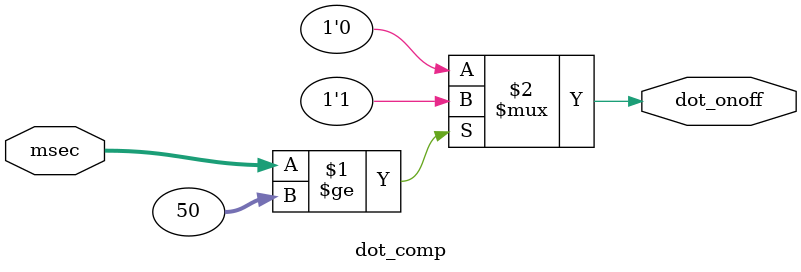
<source format=v>
`timescale 1ns / 1ps

module fnd_controller_pj3(

    //input [1:0] digit_sel, //for button in middle of the board
    input           clk,
    input           reset,
    input   [2:0]   sw,
        //CLOCK
    input   [6:0]   msec,
    input   [5:0]   sec,
    input   [5:0]   min,
    input   [4:0]   hour,
        //DTH11
    input   [15:0]  dth11_data,
        //SR04
    input   [8:0]   dist,

    output  [3:0]   fnd_com,
    output  [7:0]   fnd_data
);

    wire [3:0] w_digit_msec_1, w_digit_msec_10, w_digit_sec_1, w_digit_sec_10; //A
    wire [3:0] w_digit_min_1, w_digit_min_10, w_digit_hour_1, w_digit_hour_10; //B
    wire [3:0] HUM_1, HUM_10, TEM_1, TEM_10; //C
    wire [3:0] w_dist_1, w_dist_10, w_dist_100, w_dist_1000;//D

    wire [3:0] w_bcd_A, w_bcd_B; //A&B
    wire [3:0] w_dth11; //C
    wire [3:0] w_sr04; //D
    wire [3:0] W_select_AorBorCorD;
    wire w_dot_onoff;
    wire [2:0] w_digit_sel;
    wire w_1khz;

    clk_div U_CLK_DIV(
        .clk(clk),
        .reset(reset),
        .o_1khz(w_1khz)
    );

    //spliters//(msec)(sec)(min)(hour)/////////////////////////////////////////////////////////////////////////
    digit_spliter #(.DS_WIDTH(7)) U_MSEC_DS (
        .i_data(msec),
        .digit_1(w_digit_msec_1),
        .digit_10(w_digit_msec_10)
    );

    digit_spliter #(.DS_WIDTH(6)) U_SEC_DS (
        .i_data(sec),
        .digit_1(w_digit_sec_1),
        .digit_10(w_digit_sec_10)
    );

    digit_spliter #(.DS_WIDTH(6)) U_MIN_DS (
        .i_data(min),
        .digit_1(w_digit_min_1),
        .digit_10(w_digit_min_10)
    );

    digit_spliter #(.DS_WIDTH(5)) U_HOUR_DS (
        .i_data(hour),
        .digit_1(w_digit_hour_1),
        .digit_10(w_digit_hour_10)
    );

    digit_spliter_TEM U_TEM_DS (
        .i_data(dth11_data[7:0]),
        .TEM_1(TEM_1),
        .TEM_10(TEM_10)
    );

    digit_spliter_HUM U_HUM_DS (
        .i_data(dth11_data[15:8]),
        .HUM_1(HUM_1),
        .HUM_10(HUM_10)
    );

    digit_spliter_DIS U_DIS(
        .dist(dist),

        .dist_1(w_dist_1),
        .dist_10(w_dist_10),
        .dist_100(w_dist_100),
        .dist_1000(w_dist_1000)
    );

    //spliters//(msec)(sec)(min)(hour)/////////////////////////////////////////////////////////////////////////

    dot_comp U_dot_comp(
        .msec(msec),
        .dot_onoff(w_dot_onoff)
    );

    //MUX??????????????????????????????????????????????????????????????????????????????????????????????????????
    mux_8x1 U_8x1_MSEC_SEC_A(
        .sel(w_digit_sel),
        .digit_1(w_digit_msec_1),
        .digit_10(w_digit_msec_10),
        .digit_100(w_digit_sec_1),
        .digit_1000(w_digit_sec_10),
        .digit_off_1(4'he),
        .digit_off_10(4'he),
        .digit_dot({3'b111, w_dot_onoff}),
        .digit_off_1000(4'he),
        .bcd_data(w_bcd_A)
    );

    mux_8x1 U_8x1_MIN_HOUR_B(
        .sel(w_digit_sel),
        .digit_1(w_digit_min_1),
        .digit_10(w_digit_min_10),
        .digit_100(w_digit_hour_1),
        .digit_1000(w_digit_hour_10),
        .digit_off_1(4'he),
        .digit_off_10(4'he),
        .digit_dot({3'b111, w_dot_onoff}),
        .digit_off_1000(4'he),
        .bcd_data(w_bcd_B)
    );

    mux_8x1 U_8x1_TEM_HUM_C(
        .sel(w_digit_sel),
        .digit_1(TEM_1),
        .digit_10(TEM_10),
        .digit_100(HUM_1),
        .digit_1000(HUM_10),
        .digit_off_1(4'he),
        .digit_off_10(4'he),
        .digit_dot(4'hf),
        .digit_off_1000(4'he),
        .bcd_data(w_dth11)
    );

    mux_8x1 U_8x1_DIST_D(
        .sel(w_digit_sel),
        .digit_1(w_dist_1),
        .digit_10(w_dist_10),
        .digit_100(w_dist_100),
        .digit_1000(w_dist_1000),
        .digit_off_1(4'hf),
        .digit_off_10(4'he),
        .digit_dot(4'he),
        .digit_off_1000(4'he),
        .bcd_data(w_sr04)
    );

    mux_2x1 U_MUX_2x1(
        .sel(sw),
        .A(w_bcd_A),
        .B(w_bcd_B),
        .C(w_dth11),
        .D(w_sr04),
        .select(W_select_AorBorCorD)
    );
    //MUX??????????????????????????????????????????????????????????????????????????????????????????????????????

    decoder_2x4 U_decoder_fnd_com (
        .sel(w_digit_sel[1:0]),
        .fnd_com(fnd_com)
    );

    counter_8 U_counter_8(
        .clk(w_1khz),
        .reset(reset),
        .digit_sel(w_digit_sel) 
    );

    bcd_decoder U_BCD (
        .bcd(W_select_AorBorCorD),
        .fnd_data(fnd_data)
    );


endmodule


module digit_spliter #(parameter DS_WIDTH = 7) (
    input [DS_WIDTH-1:0] i_data,
    output [3:0] digit_1,
    output [3:0] digit_10
);

    assign digit_1 = i_data % 10;
    assign digit_10 = (i_data/10) %10;

endmodule

module digit_spliter_TEM (
    input [7:0] i_data,
    output [3:0] TEM_1,
    output [3:0] TEM_10
);

    assign TEM_1 = i_data % 10;
    assign TEM_10 = (i_data/10) %10;

endmodule

module digit_spliter_HUM (
    input [7:0] i_data,
    output [3:0] HUM_1,
    output [3:0] HUM_10
);

    assign HUM_1 = i_data % 10;
    assign HUM_10 = (i_data/10) %10;

endmodule

module digit_spliter_DIS (
    input  [8:0] dist,
    output [3:0] dist_1,
    output [3:0] dist_10,
    output [3:0] dist_100,
    output [3:0] dist_1000
);

    assign dist_1 = dist % 10;
    assign dist_10 = (dist / 10) % 10;
    assign dist_100 = (dist / 100) % 10;
    assign dist_1000 = (dist / 1000) % 10;

endmodule

module bcd_decoder (
    input      [3:0]bcd,
    output reg [7:0]fnd_data
);   

    always @(bcd) begin
        case (bcd)
            4'h0: fnd_data = 8'hc0;
            4'h1: fnd_data = 8'hf9;
            4'h2: fnd_data = 8'ha4;
            4'h3: fnd_data = 8'hb0;
            4'h4: fnd_data = 8'h99;
            4'h5: fnd_data = 8'h92;
            4'h6: fnd_data = 8'h82;
            4'h7: fnd_data = 8'hf8; //1111 1000
            4'h8: fnd_data = 8'h80;
            4'h9: fnd_data = 8'h90;
            4'he: fnd_data = 8'hff;
            4'hf: fnd_data = 8'h7f;

            default: fnd_data = 8'hff;
        endcase
    end

endmodule

module mux_8x1 (
    input      [2:0]sel,
    input      [3:0]digit_1,
    input      [3:0]digit_10,
    input      [3:0]digit_100,
    input      [3:0]digit_1000,
    input      [3:0]digit_off_1,
    input      [3:0]digit_off_10,
    input      [3:0]digit_dot,
    input      [3:0]digit_off_1000,
    output reg [3:0]bcd_data
);
    
    always @(*) begin //@=event, * = every input
        case (sel)
            3'b000: bcd_data = digit_1;
            3'b001: bcd_data = digit_10;
            3'b010: bcd_data = digit_100; 
            3'b011: bcd_data = digit_1000;
            3'b100: bcd_data = digit_off_1;
            3'b101: bcd_data = digit_off_10;
            3'b110: bcd_data = digit_dot; 
            3'b111: bcd_data = digit_off_1000;
            default: bcd_data = digit_1;
        endcase
    end

endmodule

module mux_2x1 (
    input      [2:0]    sel,
    input      [3:0]    A,
    input      [3:0]    B,
    input      [3:0]    C,
    input      [3:0]    D,
    output reg [3:0]    select
);
    
    always @(*) begin
        case (sel)
            3'b000: select = A;
            3'b001: select = B;
            3'b010: select = C;
            3'b011: select = C;
            3'b100: select = D;
            3'b101: select = D;
            default: select = A;
        endcase
    end

endmodule

module decoder_2x4 (
    input [1:0] sel,
    output reg [3:0] fnd_com
);
    
    always @(*) begin
        case (sel)
            2'b00: fnd_com = 4'b1110;
            2'b01: fnd_com = 4'b1101;
            2'b10: fnd_com = 4'b1011;
            2'b11: fnd_com = 4'b0111;
            default: fnd_com = 4'b1110;
        endcase
    end

endmodule

module counter_8 (
    input clk,
    input reset,
    output [2:0] digit_sel 
);
    
    reg [2:0] r_counter; 
    assign digit_sel = r_counter;

    always @(posedge clk, posedge reset) begin //posedge = positive edge, negedge = negative edge// when occure positive edge, 'begin' start
        if (reset) begin
            //initialization
            r_counter <= 0;
        end else begin
            //operation
            r_counter <= r_counter + 1;
        end
    end

endmodule

module clk_div (
    input clk,
    input reset,
    output reg o_1khz
);

    reg [16:0] r_counter;

    always @(posedge clk, posedge reset) begin
        if (reset) begin
            r_counter <= 0;
            o_1khz <= 1'b0;
        end else begin
            if (r_counter == 100_000 - 1) begin
                r_counter <= 0;
                o_1khz <= 1'b1;
            end else begin
                r_counter <= r_counter + 1; //increse 1, each clk
                o_1khz <= 1'b0;
            end
        end
    end
    
endmodule 

module dot_comp (
    input [6:0] msec,
    output dot_onoff
);
    
    assign dot_onoff = (msec >= 50)? 1'b1 : 1'b0;

endmodule
</source>
